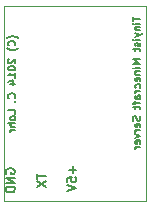
<source format=gbo>
G04 (created by PCBNEW (2013-jul-07)-stable) date Thu 23 Oct 2014 12:14:03 PM EDT*
%MOIN*%
G04 Gerber Fmt 3.4, Leading zero omitted, Abs format*
%FSLAX34Y34*%
G01*
G70*
G90*
G04 APERTURE LIST*
%ADD10C,0.00590551*%
%ADD11C,0.006*%
%ADD12C,0.00393701*%
G04 APERTURE END LIST*
G54D10*
G54D11*
X22369Y-21110D02*
X22369Y-21338D01*
X22483Y-21224D02*
X22255Y-21224D01*
X22183Y-21624D02*
X22183Y-21481D01*
X22326Y-21467D01*
X22312Y-21481D01*
X22297Y-21510D01*
X22297Y-21581D01*
X22312Y-21610D01*
X22326Y-21624D01*
X22355Y-21638D01*
X22426Y-21638D01*
X22455Y-21624D01*
X22469Y-21610D01*
X22483Y-21581D01*
X22483Y-21510D01*
X22469Y-21481D01*
X22455Y-21467D01*
X22183Y-21724D02*
X22483Y-21824D01*
X22183Y-21924D01*
X21160Y-21346D02*
X21160Y-21517D01*
X21460Y-21431D02*
X21160Y-21431D01*
X21160Y-21589D02*
X21460Y-21789D01*
X21160Y-21789D02*
X21460Y-21589D01*
X20150Y-21346D02*
X20136Y-21317D01*
X20136Y-21274D01*
X20150Y-21231D01*
X20179Y-21203D01*
X20207Y-21189D01*
X20264Y-21174D01*
X20307Y-21174D01*
X20364Y-21189D01*
X20393Y-21203D01*
X20422Y-21231D01*
X20436Y-21274D01*
X20436Y-21303D01*
X20422Y-21346D01*
X20407Y-21360D01*
X20307Y-21360D01*
X20307Y-21303D01*
X20436Y-21489D02*
X20136Y-21489D01*
X20436Y-21660D01*
X20136Y-21660D01*
X20436Y-21803D02*
X20136Y-21803D01*
X20136Y-21874D01*
X20150Y-21917D01*
X20179Y-21946D01*
X20207Y-21960D01*
X20264Y-21974D01*
X20307Y-21974D01*
X20364Y-21960D01*
X20393Y-21946D01*
X20422Y-21917D01*
X20436Y-21874D01*
X20436Y-21803D01*
X20546Y-16838D02*
X20534Y-16826D01*
X20499Y-16802D01*
X20475Y-16790D01*
X20439Y-16778D01*
X20380Y-16767D01*
X20332Y-16767D01*
X20273Y-16778D01*
X20237Y-16790D01*
X20213Y-16802D01*
X20177Y-16826D01*
X20165Y-16838D01*
X20427Y-17076D02*
X20439Y-17064D01*
X20451Y-17028D01*
X20451Y-17005D01*
X20439Y-16969D01*
X20415Y-16945D01*
X20392Y-16933D01*
X20344Y-16921D01*
X20308Y-16921D01*
X20261Y-16933D01*
X20237Y-16945D01*
X20213Y-16969D01*
X20201Y-17005D01*
X20201Y-17028D01*
X20213Y-17064D01*
X20225Y-17076D01*
X20546Y-17159D02*
X20534Y-17171D01*
X20499Y-17195D01*
X20475Y-17207D01*
X20439Y-17219D01*
X20380Y-17231D01*
X20332Y-17231D01*
X20273Y-17219D01*
X20237Y-17207D01*
X20213Y-17195D01*
X20177Y-17171D01*
X20165Y-17159D01*
X20225Y-17528D02*
X20213Y-17540D01*
X20201Y-17564D01*
X20201Y-17624D01*
X20213Y-17648D01*
X20225Y-17659D01*
X20249Y-17671D01*
X20273Y-17671D01*
X20308Y-17659D01*
X20451Y-17517D01*
X20451Y-17671D01*
X20201Y-17826D02*
X20201Y-17850D01*
X20213Y-17874D01*
X20225Y-17886D01*
X20249Y-17898D01*
X20296Y-17909D01*
X20356Y-17909D01*
X20403Y-17898D01*
X20427Y-17886D01*
X20439Y-17874D01*
X20451Y-17850D01*
X20451Y-17826D01*
X20439Y-17802D01*
X20427Y-17790D01*
X20403Y-17778D01*
X20356Y-17767D01*
X20296Y-17767D01*
X20249Y-17778D01*
X20225Y-17790D01*
X20213Y-17802D01*
X20201Y-17826D01*
X20451Y-18148D02*
X20451Y-18005D01*
X20451Y-18076D02*
X20201Y-18076D01*
X20237Y-18052D01*
X20261Y-18028D01*
X20273Y-18005D01*
X20284Y-18362D02*
X20451Y-18362D01*
X20189Y-18302D02*
X20368Y-18243D01*
X20368Y-18398D01*
X20427Y-18826D02*
X20439Y-18814D01*
X20451Y-18778D01*
X20451Y-18755D01*
X20439Y-18719D01*
X20415Y-18695D01*
X20392Y-18683D01*
X20344Y-18671D01*
X20308Y-18671D01*
X20261Y-18683D01*
X20237Y-18695D01*
X20213Y-18719D01*
X20201Y-18755D01*
X20201Y-18778D01*
X20213Y-18814D01*
X20225Y-18826D01*
X20427Y-18933D02*
X20439Y-18945D01*
X20451Y-18933D01*
X20439Y-18921D01*
X20427Y-18933D01*
X20451Y-18933D01*
X20451Y-19362D02*
X20451Y-19243D01*
X20201Y-19243D01*
X20451Y-19481D02*
X20439Y-19457D01*
X20427Y-19445D01*
X20403Y-19433D01*
X20332Y-19433D01*
X20308Y-19445D01*
X20296Y-19457D01*
X20284Y-19481D01*
X20284Y-19517D01*
X20296Y-19540D01*
X20308Y-19552D01*
X20332Y-19564D01*
X20403Y-19564D01*
X20427Y-19552D01*
X20439Y-19540D01*
X20451Y-19517D01*
X20451Y-19481D01*
X20451Y-19671D02*
X20201Y-19671D01*
X20451Y-19778D02*
X20320Y-19778D01*
X20296Y-19767D01*
X20284Y-19743D01*
X20284Y-19707D01*
X20296Y-19683D01*
X20308Y-19671D01*
X20451Y-19898D02*
X20284Y-19898D01*
X20332Y-19898D02*
X20308Y-19909D01*
X20296Y-19921D01*
X20284Y-19945D01*
X20284Y-19969D01*
X24363Y-16122D02*
X24363Y-16265D01*
X24613Y-16193D02*
X24363Y-16193D01*
X24613Y-16348D02*
X24446Y-16348D01*
X24363Y-16348D02*
X24374Y-16336D01*
X24386Y-16348D01*
X24374Y-16360D01*
X24363Y-16348D01*
X24386Y-16348D01*
X24446Y-16467D02*
X24613Y-16467D01*
X24470Y-16467D02*
X24458Y-16479D01*
X24446Y-16503D01*
X24446Y-16539D01*
X24458Y-16562D01*
X24482Y-16574D01*
X24613Y-16574D01*
X24446Y-16669D02*
X24613Y-16729D01*
X24446Y-16789D02*
X24613Y-16729D01*
X24672Y-16705D01*
X24684Y-16693D01*
X24696Y-16669D01*
X24613Y-16884D02*
X24446Y-16884D01*
X24363Y-16884D02*
X24374Y-16872D01*
X24386Y-16884D01*
X24374Y-16896D01*
X24363Y-16884D01*
X24386Y-16884D01*
X24601Y-16991D02*
X24613Y-17015D01*
X24613Y-17062D01*
X24601Y-17086D01*
X24577Y-17098D01*
X24565Y-17098D01*
X24541Y-17086D01*
X24529Y-17062D01*
X24529Y-17027D01*
X24517Y-17003D01*
X24493Y-16991D01*
X24482Y-16991D01*
X24458Y-17003D01*
X24446Y-17027D01*
X24446Y-17062D01*
X24458Y-17086D01*
X24446Y-17169D02*
X24446Y-17265D01*
X24363Y-17205D02*
X24577Y-17205D01*
X24601Y-17217D01*
X24613Y-17241D01*
X24613Y-17265D01*
X24613Y-17539D02*
X24363Y-17539D01*
X24541Y-17622D01*
X24363Y-17705D01*
X24613Y-17705D01*
X24613Y-17824D02*
X24446Y-17824D01*
X24363Y-17824D02*
X24374Y-17812D01*
X24386Y-17824D01*
X24374Y-17836D01*
X24363Y-17824D01*
X24386Y-17824D01*
X24446Y-17943D02*
X24613Y-17943D01*
X24470Y-17943D02*
X24458Y-17955D01*
X24446Y-17979D01*
X24446Y-18015D01*
X24458Y-18039D01*
X24482Y-18050D01*
X24613Y-18050D01*
X24601Y-18265D02*
X24613Y-18241D01*
X24613Y-18193D01*
X24601Y-18169D01*
X24577Y-18158D01*
X24482Y-18158D01*
X24458Y-18169D01*
X24446Y-18193D01*
X24446Y-18241D01*
X24458Y-18265D01*
X24482Y-18277D01*
X24505Y-18277D01*
X24529Y-18158D01*
X24601Y-18491D02*
X24613Y-18467D01*
X24613Y-18419D01*
X24601Y-18396D01*
X24589Y-18384D01*
X24565Y-18372D01*
X24493Y-18372D01*
X24470Y-18384D01*
X24458Y-18396D01*
X24446Y-18419D01*
X24446Y-18467D01*
X24458Y-18491D01*
X24613Y-18598D02*
X24446Y-18598D01*
X24493Y-18598D02*
X24470Y-18610D01*
X24458Y-18622D01*
X24446Y-18646D01*
X24446Y-18669D01*
X24613Y-18860D02*
X24482Y-18860D01*
X24458Y-18848D01*
X24446Y-18824D01*
X24446Y-18777D01*
X24458Y-18753D01*
X24601Y-18860D02*
X24613Y-18836D01*
X24613Y-18777D01*
X24601Y-18753D01*
X24577Y-18741D01*
X24553Y-18741D01*
X24529Y-18753D01*
X24517Y-18777D01*
X24517Y-18836D01*
X24505Y-18860D01*
X24446Y-18943D02*
X24446Y-19039D01*
X24613Y-18979D02*
X24398Y-18979D01*
X24374Y-18991D01*
X24363Y-19015D01*
X24363Y-19039D01*
X24446Y-19086D02*
X24446Y-19181D01*
X24363Y-19122D02*
X24577Y-19122D01*
X24601Y-19134D01*
X24613Y-19158D01*
X24613Y-19181D01*
X24601Y-19443D02*
X24613Y-19479D01*
X24613Y-19539D01*
X24601Y-19562D01*
X24589Y-19574D01*
X24565Y-19586D01*
X24541Y-19586D01*
X24517Y-19574D01*
X24505Y-19562D01*
X24493Y-19539D01*
X24482Y-19491D01*
X24470Y-19467D01*
X24458Y-19455D01*
X24434Y-19443D01*
X24410Y-19443D01*
X24386Y-19455D01*
X24374Y-19467D01*
X24363Y-19491D01*
X24363Y-19550D01*
X24374Y-19586D01*
X24601Y-19789D02*
X24613Y-19765D01*
X24613Y-19717D01*
X24601Y-19693D01*
X24577Y-19681D01*
X24482Y-19681D01*
X24458Y-19693D01*
X24446Y-19717D01*
X24446Y-19765D01*
X24458Y-19789D01*
X24482Y-19800D01*
X24505Y-19800D01*
X24529Y-19681D01*
X24613Y-19908D02*
X24446Y-19908D01*
X24493Y-19908D02*
X24470Y-19919D01*
X24458Y-19931D01*
X24446Y-19955D01*
X24446Y-19979D01*
X24446Y-20039D02*
X24613Y-20098D01*
X24446Y-20158D01*
X24601Y-20348D02*
X24613Y-20324D01*
X24613Y-20277D01*
X24601Y-20253D01*
X24577Y-20241D01*
X24482Y-20241D01*
X24458Y-20253D01*
X24446Y-20277D01*
X24446Y-20324D01*
X24458Y-20348D01*
X24482Y-20360D01*
X24505Y-20360D01*
X24529Y-20241D01*
X24613Y-20467D02*
X24446Y-20467D01*
X24493Y-20467D02*
X24470Y-20479D01*
X24458Y-20491D01*
X24446Y-20515D01*
X24446Y-20539D01*
G54D12*
X24803Y-22244D02*
X24803Y-22047D01*
X20078Y-22244D02*
X24803Y-22244D01*
X20078Y-22047D02*
X20078Y-22244D01*
X20078Y-20472D02*
X20078Y-22047D01*
X24803Y-20472D02*
X24803Y-22047D01*
X20078Y-20472D02*
X20078Y-15748D01*
X24803Y-15748D02*
X24803Y-20472D01*
X20078Y-15748D02*
X24803Y-15748D01*
M02*

</source>
